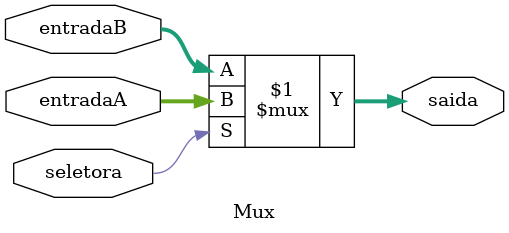
<source format=v>
module Mux(
    input [31:0] entradaA,
    input [31:0] entradaB,
    input seletora,
    output [31:0] saida
);

    assign saida = (seletora) ? entradaA : entradaB; //Uso do operador ternário: se seletora for 1, então é entradaA. Se 0, então entradaB.
endmodule
</source>
